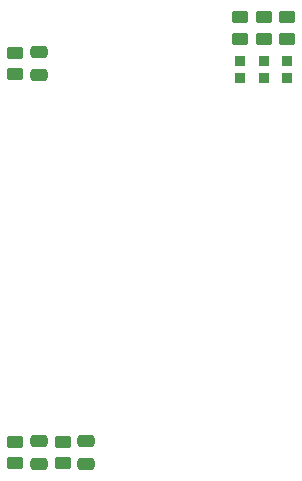
<source format=gbr>
%TF.GenerationSoftware,KiCad,Pcbnew,(6.0.10)*%
%TF.CreationDate,2023-06-21T21:11:52+02:00*%
%TF.ProjectId,FOX-PDA-v1 controller shield,464f582d-5044-4412-9d76-3120636f6e74,rev?*%
%TF.SameCoordinates,Original*%
%TF.FileFunction,Paste,Top*%
%TF.FilePolarity,Positive*%
%FSLAX46Y46*%
G04 Gerber Fmt 4.6, Leading zero omitted, Abs format (unit mm)*
G04 Created by KiCad (PCBNEW (6.0.10)) date 2023-06-21 21:11:52*
%MOMM*%
%LPD*%
G01*
G04 APERTURE LIST*
G04 Aperture macros list*
%AMRoundRect*
0 Rectangle with rounded corners*
0 $1 Rounding radius*
0 $2 $3 $4 $5 $6 $7 $8 $9 X,Y pos of 4 corners*
0 Add a 4 corners polygon primitive as box body*
4,1,4,$2,$3,$4,$5,$6,$7,$8,$9,$2,$3,0*
0 Add four circle primitives for the rounded corners*
1,1,$1+$1,$2,$3*
1,1,$1+$1,$4,$5*
1,1,$1+$1,$6,$7*
1,1,$1+$1,$8,$9*
0 Add four rect primitives between the rounded corners*
20,1,$1+$1,$2,$3,$4,$5,0*
20,1,$1+$1,$4,$5,$6,$7,0*
20,1,$1+$1,$6,$7,$8,$9,0*
20,1,$1+$1,$8,$9,$2,$3,0*%
G04 Aperture macros list end*
%ADD10RoundRect,0.250000X0.475000X-0.250000X0.475000X0.250000X-0.475000X0.250000X-0.475000X-0.250000X0*%
%ADD11R,0.950000X0.950000*%
%ADD12RoundRect,0.250000X-0.450000X0.262500X-0.450000X-0.262500X0.450000X-0.262500X0.450000X0.262500X0*%
%ADD13RoundRect,0.250000X-0.475000X0.250000X-0.475000X-0.250000X0.475000X-0.250000X0.475000X0.250000X0*%
%ADD14RoundRect,0.250000X0.450000X-0.262500X0.450000X0.262500X-0.450000X0.262500X-0.450000X-0.262500X0*%
G04 APERTURE END LIST*
D10*
%TO.C,C2*%
X129000000Y-113862500D03*
X129000000Y-111962500D03*
%TD*%
D11*
%TO.C,LED1*%
X146000000Y-81250000D03*
X146000000Y-79750000D03*
%TD*%
D12*
%TO.C,R5*%
X148000000Y-76087500D03*
X148000000Y-77912500D03*
%TD*%
%TO.C,R6*%
X150000000Y-76087500D03*
X150000000Y-77912500D03*
%TD*%
D11*
%TO.C,LED3*%
X150000000Y-81250000D03*
X150000000Y-79750000D03*
%TD*%
D12*
%TO.C,R2*%
X127000000Y-112000000D03*
X127000000Y-113825000D03*
%TD*%
D10*
%TO.C,C3*%
X133000000Y-113862500D03*
X133000000Y-111962500D03*
%TD*%
D11*
%TO.C,LED2*%
X148000000Y-81250000D03*
X148000000Y-79750000D03*
%TD*%
D12*
%TO.C,R3*%
X131000000Y-112000000D03*
X131000000Y-113825000D03*
%TD*%
D13*
%TO.C,C1*%
X129000000Y-79050000D03*
X129000000Y-80950000D03*
%TD*%
D14*
%TO.C,R1*%
X127000000Y-80912500D03*
X127000000Y-79087500D03*
%TD*%
D12*
%TO.C,R4*%
X146000000Y-76087500D03*
X146000000Y-77912500D03*
%TD*%
M02*

</source>
